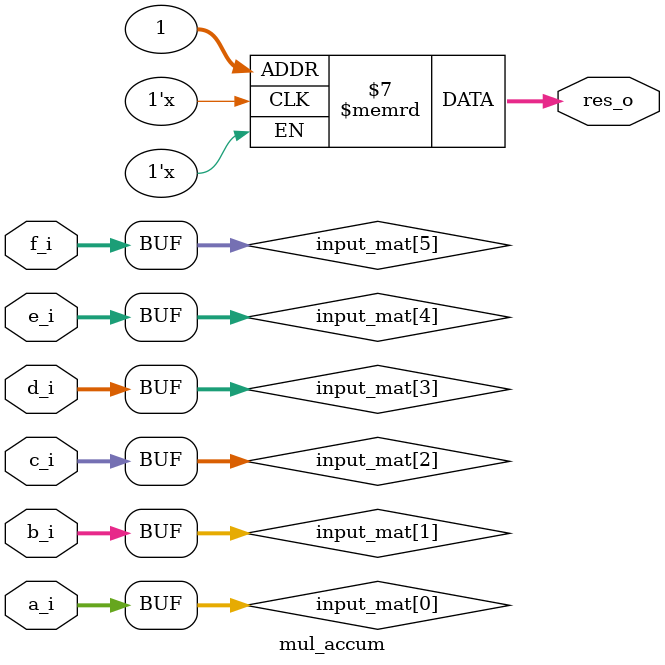
<source format=sv>


module mul_accum #(
    parameter Width = 8
  ) (
    input   logic [Width-1:0]   a_i,      // input vector
    input   logic [Width-1:0]   b_i,      // input vector
    input   logic [Width-1:0]   c_i,      // input vector
    input   logic [Width-1:0]   d_i,      // input vector
    input   logic [Width-1:0]   e_i,      // input vector
    input   logic [Width-1:0]   f_i,      // input vector
    output  logic [2*Width+1:0] res_o     // result vector
  );

  logic [Width-1:0] input_mat [5:0];
  assign input_mat[0] = a_i;
  assign input_mat[1] = b_i;
  assign input_mat[2] = c_i;
  assign input_mat[3] = d_i;
  assign input_mat[4] = e_i;
  assign input_mat[5] = f_i;

  logic [2*Width-1:0] intermediate_prods [2:0];
  logic [2*Width+1:0] sums [1:0];

  genvar i;
  generate
    for (i = 0; i < 3; i++) begin
      multiplier #(
        .Width(Width)
      ) mul (
        .a_i(input_mat[2*i]),
        .b_i(input_mat[2*i+1]),
        .prod_o(intermediate_prods[i])
      );
    end
  endgenerate

  cl_adder #(
    .Width(2*Width+2)
  ) cl_adder_0 (
    .a_i({2'b00, intermediate_prods[0]}),
    .b_i({2'b00, intermediate_prods[1]}),
    .sum_o(sums[0]),
    .c_o()
  );

  cl_adder #(
    .Width(2*Width+2)
  ) cl_adder_1 (
    .a_i(sums[0]),
    .b_i({2'b00, intermediate_prods[2]}),
    .sum_o(sums[1]),
    .c_o()
  );

  assign res_o = sums[1];

endmodule
</source>
